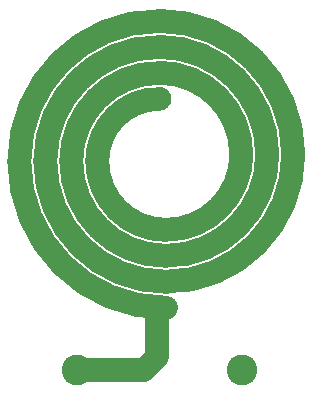
<source format=gbr>
%TF.GenerationSoftware,KiCad,Pcbnew,(6.0.11-0)*%
%TF.CreationDate,2023-05-05T09:17:22+02:00*%
%TF.ProjectId,Q17-PCB-Coil,5131372d-5043-4422-9d43-6f696c2e6b69,1.0*%
%TF.SameCoordinates,Original*%
%TF.FileFunction,Copper,L2,Bot*%
%TF.FilePolarity,Positive*%
%FSLAX46Y46*%
G04 Gerber Fmt 4.6, Leading zero omitted, Abs format (unit mm)*
G04 Created by KiCad (PCBNEW (6.0.11-0)) date 2023-05-05 09:17:22*
%MOMM*%
%LPD*%
G01*
G04 APERTURE LIST*
%TA.AperFunction,EtchedComponent*%
%ADD10C,2.000000*%
%TD*%
%TA.AperFunction,SMDPad,CuDef*%
%ADD11R,2.000000X3.000000*%
%TD*%
%TA.AperFunction,ComponentPad*%
%ADD12C,1.600000*%
%TD*%
%TA.AperFunction,ComponentPad*%
%ADD13C,2.600000*%
%TD*%
%TA.AperFunction,Conductor*%
%ADD14C,2.000000*%
%TD*%
G04 APERTURE END LIST*
D10*
%TO.C,L1*%
X120607723Y-106975000D02*
G75*
G03*
X131382723Y-96200000I1J10774999D01*
G01*
X126982723Y-96200000D02*
G75*
G03*
X120057723Y-89275000I-6925002J-2D01*
G01*
X108182723Y-96750000D02*
G75*
G03*
X120607723Y-109175000I12424999J-1D01*
G01*
X120057723Y-84875000D02*
G75*
G03*
X108182723Y-96750000I0J-11875000D01*
G01*
X110382723Y-96750000D02*
G75*
G03*
X120607723Y-106975000I10224999J-1D01*
G01*
X120057723Y-91475000D02*
G75*
G03*
X114782723Y-96750000I1J-5275001D01*
G01*
X131382723Y-96200000D02*
G75*
G03*
X120057723Y-84875000I-11325001J-1D01*
G01*
X112582723Y-96750000D02*
G75*
G03*
X120607723Y-104775000I8025000J0D01*
G01*
X120607723Y-104775000D02*
G75*
G03*
X129182723Y-96200000I1J8574999D01*
G01*
X129182723Y-96200000D02*
G75*
G03*
X120057723Y-87075000I-9125001J-1D01*
G01*
X114782723Y-96750000D02*
G75*
G03*
X120607723Y-102575000I5825000J0D01*
G01*
X120057723Y-89275000D02*
G75*
G03*
X112582723Y-96750000I1J-7475001D01*
G01*
X120607723Y-102575000D02*
G75*
G03*
X126982723Y-96200000I1J6374999D01*
G01*
X120057723Y-87075000D02*
G75*
G03*
X110382723Y-96750000I0J-9675000D01*
G01*
%TD*%
D11*
%TO.P,L1,2,2*%
%TO.N,N/C*%
X119857725Y-111025000D03*
X119857725Y-111025000D03*
X119857725Y-111025000D03*
X119857725Y-111025000D03*
D12*
%TO.P,L1,lc*%
X120057723Y-91475000D03*
%TD*%
D13*
%TO.P,J1-2,1,Pin_1*%
%TO.N,Net-(L1-Pad2)*%
X113030000Y-114458853D03*
%TD*%
%TO.P,J1-1,1,Pin_1*%
%TO.N,Net-(L1-Pad1)*%
X127000000Y-114458853D03*
%TD*%
D14*
%TO.N,Net-(L1-Pad2)*%
X119857726Y-113318243D02*
X119857726Y-111364186D01*
X118717116Y-114458853D02*
X119857726Y-113318243D01*
X113030000Y-114458853D02*
X118717116Y-114458853D01*
%TD*%
M02*

</source>
